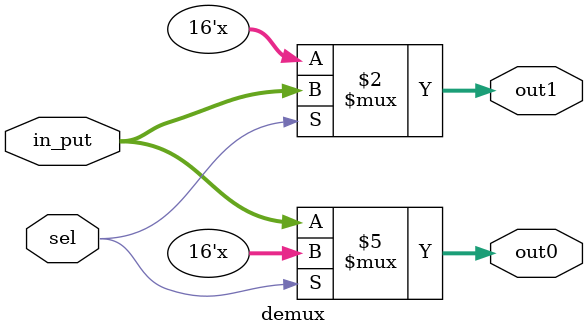
<source format=v>



module demux(
    output 	reg	[15:0] 	out0,
    output  reg  	[15:0] 	out1,
    input 		[15:0] 	in_put,
    input sel
    );


always @*
 begin 
   case(sel)
	 1'b0      :  out0<=in_put;
	 1'b1      : out1<=in_put;
	 default   : begin out1<=16'bz; out0<=16'bz; end
   endcase
 end

endmodule

</source>
